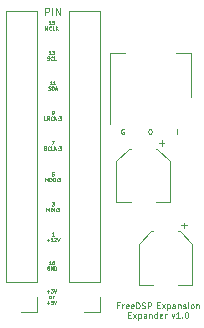
<source format=gbr>
%TF.GenerationSoftware,KiCad,Pcbnew,(6.99.0-1006-g2560c8f31b)*%
%TF.CreationDate,2022-03-06T10:16:36+01:00*%
%TF.ProjectId,freeDSP-aurora-expansion-port-extender,66726565-4453-4502-9d61-75726f72612d,rev?*%
%TF.SameCoordinates,Original*%
%TF.FileFunction,Legend,Top*%
%TF.FilePolarity,Positive*%
%FSLAX46Y46*%
G04 Gerber Fmt 4.6, Leading zero omitted, Abs format (unit mm)*
G04 Created by KiCad (PCBNEW (6.99.0-1006-g2560c8f31b)) date 2022-03-06 10:16:36*
%MOMM*%
%LPD*%
G01*
G04 APERTURE LIST*
%ADD10C,0.040000*%
%ADD11C,0.050000*%
%ADD12C,0.060000*%
%ADD13C,0.150000*%
%ADD14C,0.120000*%
G04 APERTURE END LIST*
D10*
X141525857Y-78561114D02*
X141354428Y-78561114D01*
X141440143Y-78561114D02*
X141440143Y-78261114D01*
X141440143Y-78261114D02*
X141411571Y-78303971D01*
X141411571Y-78303971D02*
X141383000Y-78332542D01*
X141383000Y-78332542D02*
X141354428Y-78346828D01*
X141625857Y-78261114D02*
X141811571Y-78261114D01*
X141811571Y-78261114D02*
X141711571Y-78375400D01*
X141711571Y-78375400D02*
X141754428Y-78375400D01*
X141754428Y-78375400D02*
X141783000Y-78389685D01*
X141783000Y-78389685D02*
X141797285Y-78403971D01*
X141797285Y-78403971D02*
X141811571Y-78432542D01*
X141811571Y-78432542D02*
X141811571Y-78503971D01*
X141811571Y-78503971D02*
X141797285Y-78532542D01*
X141797285Y-78532542D02*
X141783000Y-78546828D01*
X141783000Y-78546828D02*
X141754428Y-78561114D01*
X141754428Y-78561114D02*
X141668714Y-78561114D01*
X141668714Y-78561114D02*
X141640142Y-78546828D01*
X141640142Y-78546828D02*
X141625857Y-78532542D01*
X141225857Y-79032828D02*
X141268715Y-79047114D01*
X141268715Y-79047114D02*
X141340143Y-79047114D01*
X141340143Y-79047114D02*
X141368715Y-79032828D01*
X141368715Y-79032828D02*
X141383000Y-79018542D01*
X141383000Y-79018542D02*
X141397286Y-78989971D01*
X141397286Y-78989971D02*
X141397286Y-78961400D01*
X141397286Y-78961400D02*
X141383000Y-78932828D01*
X141383000Y-78932828D02*
X141368715Y-78918542D01*
X141368715Y-78918542D02*
X141340143Y-78904257D01*
X141340143Y-78904257D02*
X141283000Y-78889971D01*
X141283000Y-78889971D02*
X141254429Y-78875685D01*
X141254429Y-78875685D02*
X141240143Y-78861400D01*
X141240143Y-78861400D02*
X141225857Y-78832828D01*
X141225857Y-78832828D02*
X141225857Y-78804257D01*
X141225857Y-78804257D02*
X141240143Y-78775685D01*
X141240143Y-78775685D02*
X141254429Y-78761400D01*
X141254429Y-78761400D02*
X141283000Y-78747114D01*
X141283000Y-78747114D02*
X141354429Y-78747114D01*
X141354429Y-78747114D02*
X141397286Y-78761400D01*
X141697286Y-79018542D02*
X141683000Y-79032828D01*
X141683000Y-79032828D02*
X141640143Y-79047114D01*
X141640143Y-79047114D02*
X141611571Y-79047114D01*
X141611571Y-79047114D02*
X141568714Y-79032828D01*
X141568714Y-79032828D02*
X141540143Y-79004257D01*
X141540143Y-79004257D02*
X141525857Y-78975685D01*
X141525857Y-78975685D02*
X141511571Y-78918542D01*
X141511571Y-78918542D02*
X141511571Y-78875685D01*
X141511571Y-78875685D02*
X141525857Y-78818542D01*
X141525857Y-78818542D02*
X141540143Y-78789971D01*
X141540143Y-78789971D02*
X141568714Y-78761400D01*
X141568714Y-78761400D02*
X141611571Y-78747114D01*
X141611571Y-78747114D02*
X141640143Y-78747114D01*
X141640143Y-78747114D02*
X141683000Y-78761400D01*
X141683000Y-78761400D02*
X141697286Y-78775685D01*
X141968714Y-79047114D02*
X141825857Y-79047114D01*
X141825857Y-79047114D02*
X141825857Y-78747114D01*
X141795714Y-93928114D02*
X141624285Y-93928114D01*
X141710000Y-93928114D02*
X141710000Y-93628114D01*
X141710000Y-93628114D02*
X141681428Y-93670971D01*
X141681428Y-93670971D02*
X141652857Y-93699542D01*
X141652857Y-93699542D02*
X141624285Y-93713828D01*
X141181428Y-94299828D02*
X141410000Y-94299828D01*
X141295714Y-94414114D02*
X141295714Y-94185542D01*
X141710000Y-94414114D02*
X141538571Y-94414114D01*
X141624286Y-94414114D02*
X141624286Y-94114114D01*
X141624286Y-94114114D02*
X141595714Y-94156971D01*
X141595714Y-94156971D02*
X141567143Y-94185542D01*
X141567143Y-94185542D02*
X141538571Y-94199828D01*
X141824285Y-94142685D02*
X141838571Y-94128400D01*
X141838571Y-94128400D02*
X141867143Y-94114114D01*
X141867143Y-94114114D02*
X141938571Y-94114114D01*
X141938571Y-94114114D02*
X141967143Y-94128400D01*
X141967143Y-94128400D02*
X141981428Y-94142685D01*
X141981428Y-94142685D02*
X141995714Y-94171257D01*
X141995714Y-94171257D02*
X141995714Y-94199828D01*
X141995714Y-94199828D02*
X141981428Y-94242685D01*
X141981428Y-94242685D02*
X141810000Y-94414114D01*
X141810000Y-94414114D02*
X141995714Y-94414114D01*
X142081428Y-94114114D02*
X142181428Y-94414114D01*
X142181428Y-94414114D02*
X142281428Y-94114114D01*
X141525857Y-76021114D02*
X141354428Y-76021114D01*
X141440143Y-76021114D02*
X141440143Y-75721114D01*
X141440143Y-75721114D02*
X141411571Y-75763971D01*
X141411571Y-75763971D02*
X141383000Y-75792542D01*
X141383000Y-75792542D02*
X141354428Y-75806828D01*
X141797285Y-75721114D02*
X141654428Y-75721114D01*
X141654428Y-75721114D02*
X141640142Y-75863971D01*
X141640142Y-75863971D02*
X141654428Y-75849685D01*
X141654428Y-75849685D02*
X141683000Y-75835400D01*
X141683000Y-75835400D02*
X141754428Y-75835400D01*
X141754428Y-75835400D02*
X141783000Y-75849685D01*
X141783000Y-75849685D02*
X141797285Y-75863971D01*
X141797285Y-75863971D02*
X141811571Y-75892542D01*
X141811571Y-75892542D02*
X141811571Y-75963971D01*
X141811571Y-75963971D02*
X141797285Y-75992542D01*
X141797285Y-75992542D02*
X141783000Y-76006828D01*
X141783000Y-76006828D02*
X141754428Y-76021114D01*
X141754428Y-76021114D02*
X141683000Y-76021114D01*
X141683000Y-76021114D02*
X141654428Y-76006828D01*
X141654428Y-76006828D02*
X141640142Y-75992542D01*
X141061571Y-76507114D02*
X141061571Y-76207114D01*
X141061571Y-76207114D02*
X141161571Y-76421400D01*
X141161571Y-76421400D02*
X141261571Y-76207114D01*
X141261571Y-76207114D02*
X141261571Y-76507114D01*
X141575857Y-76478542D02*
X141561571Y-76492828D01*
X141561571Y-76492828D02*
X141518714Y-76507114D01*
X141518714Y-76507114D02*
X141490142Y-76507114D01*
X141490142Y-76507114D02*
X141447285Y-76492828D01*
X141447285Y-76492828D02*
X141418714Y-76464257D01*
X141418714Y-76464257D02*
X141404428Y-76435685D01*
X141404428Y-76435685D02*
X141390142Y-76378542D01*
X141390142Y-76378542D02*
X141390142Y-76335685D01*
X141390142Y-76335685D02*
X141404428Y-76278542D01*
X141404428Y-76278542D02*
X141418714Y-76249971D01*
X141418714Y-76249971D02*
X141447285Y-76221400D01*
X141447285Y-76221400D02*
X141490142Y-76207114D01*
X141490142Y-76207114D02*
X141518714Y-76207114D01*
X141518714Y-76207114D02*
X141561571Y-76221400D01*
X141561571Y-76221400D02*
X141575857Y-76235685D01*
X141847285Y-76507114D02*
X141704428Y-76507114D01*
X141704428Y-76507114D02*
X141704428Y-76207114D01*
X141947285Y-76507114D02*
X141947285Y-76207114D01*
X142118714Y-76507114D02*
X141990142Y-76335685D01*
X142118714Y-76207114D02*
X141947285Y-76378542D01*
X141551257Y-96341114D02*
X141379828Y-96341114D01*
X141465543Y-96341114D02*
X141465543Y-96041114D01*
X141465543Y-96041114D02*
X141436971Y-96083971D01*
X141436971Y-96083971D02*
X141408400Y-96112542D01*
X141408400Y-96112542D02*
X141379828Y-96126828D01*
X141808400Y-96041114D02*
X141751257Y-96041114D01*
X141751257Y-96041114D02*
X141722685Y-96055400D01*
X141722685Y-96055400D02*
X141708400Y-96069685D01*
X141708400Y-96069685D02*
X141679828Y-96112542D01*
X141679828Y-96112542D02*
X141665542Y-96169685D01*
X141665542Y-96169685D02*
X141665542Y-96283971D01*
X141665542Y-96283971D02*
X141679828Y-96312542D01*
X141679828Y-96312542D02*
X141694114Y-96326828D01*
X141694114Y-96326828D02*
X141722685Y-96341114D01*
X141722685Y-96341114D02*
X141779828Y-96341114D01*
X141779828Y-96341114D02*
X141808400Y-96326828D01*
X141808400Y-96326828D02*
X141822685Y-96312542D01*
X141822685Y-96312542D02*
X141836971Y-96283971D01*
X141836971Y-96283971D02*
X141836971Y-96212542D01*
X141836971Y-96212542D02*
X141822685Y-96183971D01*
X141822685Y-96183971D02*
X141808400Y-96169685D01*
X141808400Y-96169685D02*
X141779828Y-96155400D01*
X141779828Y-96155400D02*
X141722685Y-96155400D01*
X141722685Y-96155400D02*
X141694114Y-96169685D01*
X141694114Y-96169685D02*
X141679828Y-96183971D01*
X141679828Y-96183971D02*
X141665542Y-96212542D01*
X141379828Y-96541400D02*
X141351257Y-96527114D01*
X141351257Y-96527114D02*
X141308399Y-96527114D01*
X141308399Y-96527114D02*
X141265542Y-96541400D01*
X141265542Y-96541400D02*
X141236971Y-96569971D01*
X141236971Y-96569971D02*
X141222685Y-96598542D01*
X141222685Y-96598542D02*
X141208399Y-96655685D01*
X141208399Y-96655685D02*
X141208399Y-96698542D01*
X141208399Y-96698542D02*
X141222685Y-96755685D01*
X141222685Y-96755685D02*
X141236971Y-96784257D01*
X141236971Y-96784257D02*
X141265542Y-96812828D01*
X141265542Y-96812828D02*
X141308399Y-96827114D01*
X141308399Y-96827114D02*
X141336971Y-96827114D01*
X141336971Y-96827114D02*
X141379828Y-96812828D01*
X141379828Y-96812828D02*
X141394114Y-96798542D01*
X141394114Y-96798542D02*
X141394114Y-96698542D01*
X141394114Y-96698542D02*
X141336971Y-96698542D01*
X141522685Y-96827114D02*
X141522685Y-96527114D01*
X141522685Y-96527114D02*
X141694114Y-96827114D01*
X141694114Y-96827114D02*
X141694114Y-96527114D01*
X141836971Y-96827114D02*
X141836971Y-96527114D01*
X141836971Y-96527114D02*
X141908400Y-96527114D01*
X141908400Y-96527114D02*
X141951257Y-96541400D01*
X141951257Y-96541400D02*
X141979828Y-96569971D01*
X141979828Y-96569971D02*
X141994114Y-96598542D01*
X141994114Y-96598542D02*
X142008400Y-96655685D01*
X142008400Y-96655685D02*
X142008400Y-96698542D01*
X142008400Y-96698542D02*
X141994114Y-96755685D01*
X141994114Y-96755685D02*
X141979828Y-96784257D01*
X141979828Y-96784257D02*
X141951257Y-96812828D01*
X141951257Y-96812828D02*
X141908400Y-96827114D01*
X141908400Y-96827114D02*
X141836971Y-96827114D01*
X141652857Y-81101114D02*
X141481428Y-81101114D01*
X141567143Y-81101114D02*
X141567143Y-80801114D01*
X141567143Y-80801114D02*
X141538571Y-80843971D01*
X141538571Y-80843971D02*
X141510000Y-80872542D01*
X141510000Y-80872542D02*
X141481428Y-80886828D01*
X141938571Y-81101114D02*
X141767142Y-81101114D01*
X141852857Y-81101114D02*
X141852857Y-80801114D01*
X141852857Y-80801114D02*
X141824285Y-80843971D01*
X141824285Y-80843971D02*
X141795714Y-80872542D01*
X141795714Y-80872542D02*
X141767142Y-80886828D01*
X141345714Y-81572828D02*
X141388572Y-81587114D01*
X141388572Y-81587114D02*
X141460000Y-81587114D01*
X141460000Y-81587114D02*
X141488572Y-81572828D01*
X141488572Y-81572828D02*
X141502857Y-81558542D01*
X141502857Y-81558542D02*
X141517143Y-81529971D01*
X141517143Y-81529971D02*
X141517143Y-81501400D01*
X141517143Y-81501400D02*
X141502857Y-81472828D01*
X141502857Y-81472828D02*
X141488572Y-81458542D01*
X141488572Y-81458542D02*
X141460000Y-81444257D01*
X141460000Y-81444257D02*
X141402857Y-81429971D01*
X141402857Y-81429971D02*
X141374286Y-81415685D01*
X141374286Y-81415685D02*
X141360000Y-81401400D01*
X141360000Y-81401400D02*
X141345714Y-81372828D01*
X141345714Y-81372828D02*
X141345714Y-81344257D01*
X141345714Y-81344257D02*
X141360000Y-81315685D01*
X141360000Y-81315685D02*
X141374286Y-81301400D01*
X141374286Y-81301400D02*
X141402857Y-81287114D01*
X141402857Y-81287114D02*
X141474286Y-81287114D01*
X141474286Y-81287114D02*
X141517143Y-81301400D01*
X141645714Y-81587114D02*
X141645714Y-81287114D01*
X141645714Y-81287114D02*
X141717143Y-81287114D01*
X141717143Y-81287114D02*
X141760000Y-81301400D01*
X141760000Y-81301400D02*
X141788571Y-81329971D01*
X141788571Y-81329971D02*
X141802857Y-81358542D01*
X141802857Y-81358542D02*
X141817143Y-81415685D01*
X141817143Y-81415685D02*
X141817143Y-81458542D01*
X141817143Y-81458542D02*
X141802857Y-81515685D01*
X141802857Y-81515685D02*
X141788571Y-81544257D01*
X141788571Y-81544257D02*
X141760000Y-81572828D01*
X141760000Y-81572828D02*
X141717143Y-81587114D01*
X141717143Y-81587114D02*
X141645714Y-81587114D01*
X141931428Y-81501400D02*
X142074286Y-81501400D01*
X141902857Y-81587114D02*
X142002857Y-81287114D01*
X142002857Y-81287114D02*
X142102857Y-81587114D01*
X141781428Y-88548114D02*
X141638571Y-88548114D01*
X141638571Y-88548114D02*
X141624285Y-88690971D01*
X141624285Y-88690971D02*
X141638571Y-88676685D01*
X141638571Y-88676685D02*
X141667143Y-88662400D01*
X141667143Y-88662400D02*
X141738571Y-88662400D01*
X141738571Y-88662400D02*
X141767143Y-88676685D01*
X141767143Y-88676685D02*
X141781428Y-88690971D01*
X141781428Y-88690971D02*
X141795714Y-88719542D01*
X141795714Y-88719542D02*
X141795714Y-88790971D01*
X141795714Y-88790971D02*
X141781428Y-88819542D01*
X141781428Y-88819542D02*
X141767143Y-88833828D01*
X141767143Y-88833828D02*
X141738571Y-88848114D01*
X141738571Y-88848114D02*
X141667143Y-88848114D01*
X141667143Y-88848114D02*
X141638571Y-88833828D01*
X141638571Y-88833828D02*
X141624285Y-88819542D01*
X141088571Y-89334114D02*
X141088571Y-89034114D01*
X141088571Y-89034114D02*
X141188571Y-89248400D01*
X141188571Y-89248400D02*
X141288571Y-89034114D01*
X141288571Y-89034114D02*
X141288571Y-89334114D01*
X141431428Y-89334114D02*
X141431428Y-89034114D01*
X141431428Y-89034114D02*
X141502857Y-89034114D01*
X141502857Y-89034114D02*
X141545714Y-89048400D01*
X141545714Y-89048400D02*
X141574285Y-89076971D01*
X141574285Y-89076971D02*
X141588571Y-89105542D01*
X141588571Y-89105542D02*
X141602857Y-89162685D01*
X141602857Y-89162685D02*
X141602857Y-89205542D01*
X141602857Y-89205542D02*
X141588571Y-89262685D01*
X141588571Y-89262685D02*
X141574285Y-89291257D01*
X141574285Y-89291257D02*
X141545714Y-89319828D01*
X141545714Y-89319828D02*
X141502857Y-89334114D01*
X141502857Y-89334114D02*
X141431428Y-89334114D01*
X141788571Y-89034114D02*
X141845714Y-89034114D01*
X141845714Y-89034114D02*
X141874285Y-89048400D01*
X141874285Y-89048400D02*
X141902857Y-89076971D01*
X141902857Y-89076971D02*
X141917142Y-89134114D01*
X141917142Y-89134114D02*
X141917142Y-89234114D01*
X141917142Y-89234114D02*
X141902857Y-89291257D01*
X141902857Y-89291257D02*
X141874285Y-89319828D01*
X141874285Y-89319828D02*
X141845714Y-89334114D01*
X141845714Y-89334114D02*
X141788571Y-89334114D01*
X141788571Y-89334114D02*
X141760000Y-89319828D01*
X141760000Y-89319828D02*
X141731428Y-89291257D01*
X141731428Y-89291257D02*
X141717142Y-89234114D01*
X141717142Y-89234114D02*
X141717142Y-89134114D01*
X141717142Y-89134114D02*
X141731428Y-89076971D01*
X141731428Y-89076971D02*
X141760000Y-89048400D01*
X141760000Y-89048400D02*
X141788571Y-89034114D01*
X142045714Y-89305542D02*
X142060000Y-89319828D01*
X142060000Y-89319828D02*
X142045714Y-89334114D01*
X142045714Y-89334114D02*
X142031428Y-89319828D01*
X142031428Y-89319828D02*
X142045714Y-89305542D01*
X142045714Y-89305542D02*
X142045714Y-89334114D01*
X142045714Y-89148400D02*
X142060000Y-89162685D01*
X142060000Y-89162685D02*
X142045714Y-89176971D01*
X142045714Y-89176971D02*
X142031428Y-89162685D01*
X142031428Y-89162685D02*
X142045714Y-89148400D01*
X142045714Y-89148400D02*
X142045714Y-89176971D01*
X142160000Y-89034114D02*
X142345714Y-89034114D01*
X142345714Y-89034114D02*
X142245714Y-89148400D01*
X142245714Y-89148400D02*
X142288571Y-89148400D01*
X142288571Y-89148400D02*
X142317143Y-89162685D01*
X142317143Y-89162685D02*
X142331428Y-89176971D01*
X142331428Y-89176971D02*
X142345714Y-89205542D01*
X142345714Y-89205542D02*
X142345714Y-89276971D01*
X142345714Y-89276971D02*
X142331428Y-89305542D01*
X142331428Y-89305542D02*
X142317143Y-89319828D01*
X142317143Y-89319828D02*
X142288571Y-89334114D01*
X142288571Y-89334114D02*
X142202857Y-89334114D01*
X142202857Y-89334114D02*
X142174285Y-89319828D01*
X142174285Y-89319828D02*
X142160000Y-89305542D01*
X141610000Y-85881114D02*
X141810000Y-85881114D01*
X141810000Y-85881114D02*
X141681428Y-86181114D01*
X141095714Y-86509971D02*
X141138571Y-86524257D01*
X141138571Y-86524257D02*
X141152857Y-86538542D01*
X141152857Y-86538542D02*
X141167143Y-86567114D01*
X141167143Y-86567114D02*
X141167143Y-86609971D01*
X141167143Y-86609971D02*
X141152857Y-86638542D01*
X141152857Y-86638542D02*
X141138571Y-86652828D01*
X141138571Y-86652828D02*
X141110000Y-86667114D01*
X141110000Y-86667114D02*
X140995714Y-86667114D01*
X140995714Y-86667114D02*
X140995714Y-86367114D01*
X140995714Y-86367114D02*
X141095714Y-86367114D01*
X141095714Y-86367114D02*
X141124286Y-86381400D01*
X141124286Y-86381400D02*
X141138571Y-86395685D01*
X141138571Y-86395685D02*
X141152857Y-86424257D01*
X141152857Y-86424257D02*
X141152857Y-86452828D01*
X141152857Y-86452828D02*
X141138571Y-86481400D01*
X141138571Y-86481400D02*
X141124286Y-86495685D01*
X141124286Y-86495685D02*
X141095714Y-86509971D01*
X141095714Y-86509971D02*
X140995714Y-86509971D01*
X141467143Y-86638542D02*
X141452857Y-86652828D01*
X141452857Y-86652828D02*
X141410000Y-86667114D01*
X141410000Y-86667114D02*
X141381428Y-86667114D01*
X141381428Y-86667114D02*
X141338571Y-86652828D01*
X141338571Y-86652828D02*
X141310000Y-86624257D01*
X141310000Y-86624257D02*
X141295714Y-86595685D01*
X141295714Y-86595685D02*
X141281428Y-86538542D01*
X141281428Y-86538542D02*
X141281428Y-86495685D01*
X141281428Y-86495685D02*
X141295714Y-86438542D01*
X141295714Y-86438542D02*
X141310000Y-86409971D01*
X141310000Y-86409971D02*
X141338571Y-86381400D01*
X141338571Y-86381400D02*
X141381428Y-86367114D01*
X141381428Y-86367114D02*
X141410000Y-86367114D01*
X141410000Y-86367114D02*
X141452857Y-86381400D01*
X141452857Y-86381400D02*
X141467143Y-86395685D01*
X141738571Y-86667114D02*
X141595714Y-86667114D01*
X141595714Y-86667114D02*
X141595714Y-86367114D01*
X141838571Y-86667114D02*
X141838571Y-86367114D01*
X142010000Y-86667114D02*
X141881428Y-86495685D01*
X142010000Y-86367114D02*
X141838571Y-86538542D01*
X142138571Y-86638542D02*
X142152857Y-86652828D01*
X142152857Y-86652828D02*
X142138571Y-86667114D01*
X142138571Y-86667114D02*
X142124285Y-86652828D01*
X142124285Y-86652828D02*
X142138571Y-86638542D01*
X142138571Y-86638542D02*
X142138571Y-86667114D01*
X142138571Y-86481400D02*
X142152857Y-86495685D01*
X142152857Y-86495685D02*
X142138571Y-86509971D01*
X142138571Y-86509971D02*
X142124285Y-86495685D01*
X142124285Y-86495685D02*
X142138571Y-86481400D01*
X142138571Y-86481400D02*
X142138571Y-86509971D01*
X142252857Y-86367114D02*
X142438571Y-86367114D01*
X142438571Y-86367114D02*
X142338571Y-86481400D01*
X142338571Y-86481400D02*
X142381428Y-86481400D01*
X142381428Y-86481400D02*
X142410000Y-86495685D01*
X142410000Y-86495685D02*
X142424285Y-86509971D01*
X142424285Y-86509971D02*
X142438571Y-86538542D01*
X142438571Y-86538542D02*
X142438571Y-86609971D01*
X142438571Y-86609971D02*
X142424285Y-86638542D01*
X142424285Y-86638542D02*
X142410000Y-86652828D01*
X142410000Y-86652828D02*
X142381428Y-86667114D01*
X142381428Y-86667114D02*
X142295714Y-86667114D01*
X142295714Y-86667114D02*
X142267142Y-86652828D01*
X142267142Y-86652828D02*
X142252857Y-86638542D01*
X141197285Y-98625428D02*
X141425857Y-98625428D01*
X141311571Y-98739714D02*
X141311571Y-98511142D01*
X141540143Y-98439714D02*
X141725857Y-98439714D01*
X141725857Y-98439714D02*
X141625857Y-98554000D01*
X141625857Y-98554000D02*
X141668714Y-98554000D01*
X141668714Y-98554000D02*
X141697286Y-98568285D01*
X141697286Y-98568285D02*
X141711571Y-98582571D01*
X141711571Y-98582571D02*
X141725857Y-98611142D01*
X141725857Y-98611142D02*
X141725857Y-98682571D01*
X141725857Y-98682571D02*
X141711571Y-98711142D01*
X141711571Y-98711142D02*
X141697286Y-98725428D01*
X141697286Y-98725428D02*
X141668714Y-98739714D01*
X141668714Y-98739714D02*
X141583000Y-98739714D01*
X141583000Y-98739714D02*
X141554428Y-98725428D01*
X141554428Y-98725428D02*
X141540143Y-98711142D01*
X141811571Y-98439714D02*
X141911571Y-98739714D01*
X141911571Y-98739714D02*
X142011571Y-98439714D01*
X141468714Y-99225714D02*
X141440143Y-99211428D01*
X141440143Y-99211428D02*
X141425857Y-99197142D01*
X141425857Y-99197142D02*
X141411571Y-99168571D01*
X141411571Y-99168571D02*
X141411571Y-99082857D01*
X141411571Y-99082857D02*
X141425857Y-99054285D01*
X141425857Y-99054285D02*
X141440143Y-99040000D01*
X141440143Y-99040000D02*
X141468714Y-99025714D01*
X141468714Y-99025714D02*
X141511571Y-99025714D01*
X141511571Y-99025714D02*
X141540143Y-99040000D01*
X141540143Y-99040000D02*
X141554429Y-99054285D01*
X141554429Y-99054285D02*
X141568714Y-99082857D01*
X141568714Y-99082857D02*
X141568714Y-99168571D01*
X141568714Y-99168571D02*
X141554429Y-99197142D01*
X141554429Y-99197142D02*
X141540143Y-99211428D01*
X141540143Y-99211428D02*
X141511571Y-99225714D01*
X141511571Y-99225714D02*
X141468714Y-99225714D01*
X141697286Y-99225714D02*
X141697286Y-99025714D01*
X141697286Y-99082857D02*
X141711572Y-99054285D01*
X141711572Y-99054285D02*
X141725858Y-99040000D01*
X141725858Y-99040000D02*
X141754429Y-99025714D01*
X141754429Y-99025714D02*
X141783000Y-99025714D01*
X141197285Y-99597428D02*
X141425857Y-99597428D01*
X141311571Y-99711714D02*
X141311571Y-99483142D01*
X141711571Y-99411714D02*
X141568714Y-99411714D01*
X141568714Y-99411714D02*
X141554428Y-99554571D01*
X141554428Y-99554571D02*
X141568714Y-99540285D01*
X141568714Y-99540285D02*
X141597286Y-99526000D01*
X141597286Y-99526000D02*
X141668714Y-99526000D01*
X141668714Y-99526000D02*
X141697286Y-99540285D01*
X141697286Y-99540285D02*
X141711571Y-99554571D01*
X141711571Y-99554571D02*
X141725857Y-99583142D01*
X141725857Y-99583142D02*
X141725857Y-99654571D01*
X141725857Y-99654571D02*
X141711571Y-99683142D01*
X141711571Y-99683142D02*
X141697286Y-99697428D01*
X141697286Y-99697428D02*
X141668714Y-99711714D01*
X141668714Y-99711714D02*
X141597286Y-99711714D01*
X141597286Y-99711714D02*
X141568714Y-99697428D01*
X141568714Y-99697428D02*
X141554428Y-99683142D01*
X141811571Y-99411714D02*
X141911571Y-99711714D01*
X141911571Y-99711714D02*
X142011571Y-99411714D01*
D11*
X149901504Y-84900952D02*
X149977695Y-84900952D01*
X149977695Y-84900952D02*
X150015790Y-84920000D01*
X150015790Y-84920000D02*
X150053885Y-84958095D01*
X150053885Y-84958095D02*
X150072933Y-85034285D01*
X150072933Y-85034285D02*
X150072933Y-85167619D01*
X150072933Y-85167619D02*
X150053885Y-85243809D01*
X150053885Y-85243809D02*
X150015790Y-85281904D01*
X150015790Y-85281904D02*
X149977695Y-85300952D01*
X149977695Y-85300952D02*
X149901504Y-85300952D01*
X149901504Y-85300952D02*
X149863409Y-85281904D01*
X149863409Y-85281904D02*
X149825314Y-85243809D01*
X149825314Y-85243809D02*
X149806266Y-85167619D01*
X149806266Y-85167619D02*
X149806266Y-85034285D01*
X149806266Y-85034285D02*
X149825314Y-84958095D01*
X149825314Y-84958095D02*
X149863409Y-84920000D01*
X149863409Y-84920000D02*
X149901504Y-84900952D01*
D10*
X147344448Y-99817685D02*
X147177781Y-99817685D01*
X147177781Y-100079590D02*
X147177781Y-99579590D01*
X147177781Y-99579590D02*
X147415876Y-99579590D01*
X147606352Y-100079590D02*
X147606352Y-99746257D01*
X147606352Y-99841495D02*
X147630162Y-99793876D01*
X147630162Y-99793876D02*
X147653971Y-99770066D01*
X147653971Y-99770066D02*
X147701590Y-99746257D01*
X147701590Y-99746257D02*
X147749209Y-99746257D01*
X148106352Y-100055780D02*
X148058733Y-100079590D01*
X148058733Y-100079590D02*
X147963495Y-100079590D01*
X147963495Y-100079590D02*
X147915876Y-100055780D01*
X147915876Y-100055780D02*
X147892067Y-100008161D01*
X147892067Y-100008161D02*
X147892067Y-99817685D01*
X147892067Y-99817685D02*
X147915876Y-99770066D01*
X147915876Y-99770066D02*
X147963495Y-99746257D01*
X147963495Y-99746257D02*
X148058733Y-99746257D01*
X148058733Y-99746257D02*
X148106352Y-99770066D01*
X148106352Y-99770066D02*
X148130162Y-99817685D01*
X148130162Y-99817685D02*
X148130162Y-99865304D01*
X148130162Y-99865304D02*
X147892067Y-99912923D01*
X148534923Y-100055780D02*
X148487304Y-100079590D01*
X148487304Y-100079590D02*
X148392066Y-100079590D01*
X148392066Y-100079590D02*
X148344447Y-100055780D01*
X148344447Y-100055780D02*
X148320638Y-100008161D01*
X148320638Y-100008161D02*
X148320638Y-99817685D01*
X148320638Y-99817685D02*
X148344447Y-99770066D01*
X148344447Y-99770066D02*
X148392066Y-99746257D01*
X148392066Y-99746257D02*
X148487304Y-99746257D01*
X148487304Y-99746257D02*
X148534923Y-99770066D01*
X148534923Y-99770066D02*
X148558733Y-99817685D01*
X148558733Y-99817685D02*
X148558733Y-99865304D01*
X148558733Y-99865304D02*
X148320638Y-99912923D01*
X148773018Y-100079590D02*
X148773018Y-99579590D01*
X148773018Y-99579590D02*
X148892066Y-99579590D01*
X148892066Y-99579590D02*
X148963494Y-99603400D01*
X148963494Y-99603400D02*
X149011113Y-99651019D01*
X149011113Y-99651019D02*
X149034923Y-99698638D01*
X149034923Y-99698638D02*
X149058732Y-99793876D01*
X149058732Y-99793876D02*
X149058732Y-99865304D01*
X149058732Y-99865304D02*
X149034923Y-99960542D01*
X149034923Y-99960542D02*
X149011113Y-100008161D01*
X149011113Y-100008161D02*
X148963494Y-100055780D01*
X148963494Y-100055780D02*
X148892066Y-100079590D01*
X148892066Y-100079590D02*
X148773018Y-100079590D01*
X149249209Y-100055780D02*
X149320637Y-100079590D01*
X149320637Y-100079590D02*
X149439685Y-100079590D01*
X149439685Y-100079590D02*
X149487304Y-100055780D01*
X149487304Y-100055780D02*
X149511113Y-100031971D01*
X149511113Y-100031971D02*
X149534923Y-99984352D01*
X149534923Y-99984352D02*
X149534923Y-99936733D01*
X149534923Y-99936733D02*
X149511113Y-99889114D01*
X149511113Y-99889114D02*
X149487304Y-99865304D01*
X149487304Y-99865304D02*
X149439685Y-99841495D01*
X149439685Y-99841495D02*
X149344447Y-99817685D01*
X149344447Y-99817685D02*
X149296828Y-99793876D01*
X149296828Y-99793876D02*
X149273018Y-99770066D01*
X149273018Y-99770066D02*
X149249209Y-99722447D01*
X149249209Y-99722447D02*
X149249209Y-99674828D01*
X149249209Y-99674828D02*
X149273018Y-99627209D01*
X149273018Y-99627209D02*
X149296828Y-99603400D01*
X149296828Y-99603400D02*
X149344447Y-99579590D01*
X149344447Y-99579590D02*
X149463494Y-99579590D01*
X149463494Y-99579590D02*
X149534923Y-99603400D01*
X149749208Y-100079590D02*
X149749208Y-99579590D01*
X149749208Y-99579590D02*
X149939684Y-99579590D01*
X149939684Y-99579590D02*
X149987303Y-99603400D01*
X149987303Y-99603400D02*
X150011113Y-99627209D01*
X150011113Y-99627209D02*
X150034922Y-99674828D01*
X150034922Y-99674828D02*
X150034922Y-99746257D01*
X150034922Y-99746257D02*
X150011113Y-99793876D01*
X150011113Y-99793876D02*
X149987303Y-99817685D01*
X149987303Y-99817685D02*
X149939684Y-99841495D01*
X149939684Y-99841495D02*
X149749208Y-99841495D01*
X150549208Y-99817685D02*
X150715875Y-99817685D01*
X150787303Y-100079590D02*
X150549208Y-100079590D01*
X150549208Y-100079590D02*
X150549208Y-99579590D01*
X150549208Y-99579590D02*
X150787303Y-99579590D01*
X150953970Y-100079590D02*
X151215875Y-99746257D01*
X150953970Y-99746257D02*
X151215875Y-100079590D01*
X151406351Y-99746257D02*
X151406351Y-100246257D01*
X151406351Y-99770066D02*
X151453970Y-99746257D01*
X151453970Y-99746257D02*
X151549208Y-99746257D01*
X151549208Y-99746257D02*
X151596827Y-99770066D01*
X151596827Y-99770066D02*
X151620637Y-99793876D01*
X151620637Y-99793876D02*
X151644446Y-99841495D01*
X151644446Y-99841495D02*
X151644446Y-99984352D01*
X151644446Y-99984352D02*
X151620637Y-100031971D01*
X151620637Y-100031971D02*
X151596827Y-100055780D01*
X151596827Y-100055780D02*
X151549208Y-100079590D01*
X151549208Y-100079590D02*
X151453970Y-100079590D01*
X151453970Y-100079590D02*
X151406351Y-100055780D01*
X152073018Y-100079590D02*
X152073018Y-99817685D01*
X152073018Y-99817685D02*
X152049208Y-99770066D01*
X152049208Y-99770066D02*
X152001589Y-99746257D01*
X152001589Y-99746257D02*
X151906351Y-99746257D01*
X151906351Y-99746257D02*
X151858732Y-99770066D01*
X152073018Y-100055780D02*
X152025399Y-100079590D01*
X152025399Y-100079590D02*
X151906351Y-100079590D01*
X151906351Y-100079590D02*
X151858732Y-100055780D01*
X151858732Y-100055780D02*
X151834923Y-100008161D01*
X151834923Y-100008161D02*
X151834923Y-99960542D01*
X151834923Y-99960542D02*
X151858732Y-99912923D01*
X151858732Y-99912923D02*
X151906351Y-99889114D01*
X151906351Y-99889114D02*
X152025399Y-99889114D01*
X152025399Y-99889114D02*
X152073018Y-99865304D01*
X152311113Y-99746257D02*
X152311113Y-100079590D01*
X152311113Y-99793876D02*
X152334923Y-99770066D01*
X152334923Y-99770066D02*
X152382542Y-99746257D01*
X152382542Y-99746257D02*
X152453970Y-99746257D01*
X152453970Y-99746257D02*
X152501589Y-99770066D01*
X152501589Y-99770066D02*
X152525399Y-99817685D01*
X152525399Y-99817685D02*
X152525399Y-100079590D01*
X152739685Y-100055780D02*
X152787304Y-100079590D01*
X152787304Y-100079590D02*
X152882542Y-100079590D01*
X152882542Y-100079590D02*
X152930161Y-100055780D01*
X152930161Y-100055780D02*
X152953970Y-100008161D01*
X152953970Y-100008161D02*
X152953970Y-99984352D01*
X152953970Y-99984352D02*
X152930161Y-99936733D01*
X152930161Y-99936733D02*
X152882542Y-99912923D01*
X152882542Y-99912923D02*
X152811113Y-99912923D01*
X152811113Y-99912923D02*
X152763494Y-99889114D01*
X152763494Y-99889114D02*
X152739685Y-99841495D01*
X152739685Y-99841495D02*
X152739685Y-99817685D01*
X152739685Y-99817685D02*
X152763494Y-99770066D01*
X152763494Y-99770066D02*
X152811113Y-99746257D01*
X152811113Y-99746257D02*
X152882542Y-99746257D01*
X152882542Y-99746257D02*
X152930161Y-99770066D01*
X153168256Y-100079590D02*
X153168256Y-99746257D01*
X153168256Y-99579590D02*
X153144447Y-99603400D01*
X153144447Y-99603400D02*
X153168256Y-99627209D01*
X153168256Y-99627209D02*
X153192066Y-99603400D01*
X153192066Y-99603400D02*
X153168256Y-99579590D01*
X153168256Y-99579590D02*
X153168256Y-99627209D01*
X153477780Y-100079590D02*
X153430161Y-100055780D01*
X153430161Y-100055780D02*
X153406351Y-100031971D01*
X153406351Y-100031971D02*
X153382542Y-99984352D01*
X153382542Y-99984352D02*
X153382542Y-99841495D01*
X153382542Y-99841495D02*
X153406351Y-99793876D01*
X153406351Y-99793876D02*
X153430161Y-99770066D01*
X153430161Y-99770066D02*
X153477780Y-99746257D01*
X153477780Y-99746257D02*
X153549208Y-99746257D01*
X153549208Y-99746257D02*
X153596827Y-99770066D01*
X153596827Y-99770066D02*
X153620637Y-99793876D01*
X153620637Y-99793876D02*
X153644446Y-99841495D01*
X153644446Y-99841495D02*
X153644446Y-99984352D01*
X153644446Y-99984352D02*
X153620637Y-100031971D01*
X153620637Y-100031971D02*
X153596827Y-100055780D01*
X153596827Y-100055780D02*
X153549208Y-100079590D01*
X153549208Y-100079590D02*
X153477780Y-100079590D01*
X153858732Y-99746257D02*
X153858732Y-100079590D01*
X153858732Y-99793876D02*
X153882542Y-99770066D01*
X153882542Y-99770066D02*
X153930161Y-99746257D01*
X153930161Y-99746257D02*
X154001589Y-99746257D01*
X154001589Y-99746257D02*
X154049208Y-99770066D01*
X154049208Y-99770066D02*
X154073018Y-99817685D01*
X154073018Y-99817685D02*
X154073018Y-100079590D01*
X148106353Y-100627685D02*
X148273020Y-100627685D01*
X148344448Y-100889590D02*
X148106353Y-100889590D01*
X148106353Y-100889590D02*
X148106353Y-100389590D01*
X148106353Y-100389590D02*
X148344448Y-100389590D01*
X148511115Y-100889590D02*
X148773020Y-100556257D01*
X148511115Y-100556257D02*
X148773020Y-100889590D01*
X148963496Y-100556257D02*
X148963496Y-101056257D01*
X148963496Y-100580066D02*
X149011115Y-100556257D01*
X149011115Y-100556257D02*
X149106353Y-100556257D01*
X149106353Y-100556257D02*
X149153972Y-100580066D01*
X149153972Y-100580066D02*
X149177782Y-100603876D01*
X149177782Y-100603876D02*
X149201591Y-100651495D01*
X149201591Y-100651495D02*
X149201591Y-100794352D01*
X149201591Y-100794352D02*
X149177782Y-100841971D01*
X149177782Y-100841971D02*
X149153972Y-100865780D01*
X149153972Y-100865780D02*
X149106353Y-100889590D01*
X149106353Y-100889590D02*
X149011115Y-100889590D01*
X149011115Y-100889590D02*
X148963496Y-100865780D01*
X149630163Y-100889590D02*
X149630163Y-100627685D01*
X149630163Y-100627685D02*
X149606353Y-100580066D01*
X149606353Y-100580066D02*
X149558734Y-100556257D01*
X149558734Y-100556257D02*
X149463496Y-100556257D01*
X149463496Y-100556257D02*
X149415877Y-100580066D01*
X149630163Y-100865780D02*
X149582544Y-100889590D01*
X149582544Y-100889590D02*
X149463496Y-100889590D01*
X149463496Y-100889590D02*
X149415877Y-100865780D01*
X149415877Y-100865780D02*
X149392068Y-100818161D01*
X149392068Y-100818161D02*
X149392068Y-100770542D01*
X149392068Y-100770542D02*
X149415877Y-100722923D01*
X149415877Y-100722923D02*
X149463496Y-100699114D01*
X149463496Y-100699114D02*
X149582544Y-100699114D01*
X149582544Y-100699114D02*
X149630163Y-100675304D01*
X149868258Y-100556257D02*
X149868258Y-100889590D01*
X149868258Y-100603876D02*
X149892068Y-100580066D01*
X149892068Y-100580066D02*
X149939687Y-100556257D01*
X149939687Y-100556257D02*
X150011115Y-100556257D01*
X150011115Y-100556257D02*
X150058734Y-100580066D01*
X150058734Y-100580066D02*
X150082544Y-100627685D01*
X150082544Y-100627685D02*
X150082544Y-100889590D01*
X150534925Y-100889590D02*
X150534925Y-100389590D01*
X150534925Y-100865780D02*
X150487306Y-100889590D01*
X150487306Y-100889590D02*
X150392068Y-100889590D01*
X150392068Y-100889590D02*
X150344449Y-100865780D01*
X150344449Y-100865780D02*
X150320639Y-100841971D01*
X150320639Y-100841971D02*
X150296830Y-100794352D01*
X150296830Y-100794352D02*
X150296830Y-100651495D01*
X150296830Y-100651495D02*
X150320639Y-100603876D01*
X150320639Y-100603876D02*
X150344449Y-100580066D01*
X150344449Y-100580066D02*
X150392068Y-100556257D01*
X150392068Y-100556257D02*
X150487306Y-100556257D01*
X150487306Y-100556257D02*
X150534925Y-100580066D01*
X150963496Y-100865780D02*
X150915877Y-100889590D01*
X150915877Y-100889590D02*
X150820639Y-100889590D01*
X150820639Y-100889590D02*
X150773020Y-100865780D01*
X150773020Y-100865780D02*
X150749211Y-100818161D01*
X150749211Y-100818161D02*
X150749211Y-100627685D01*
X150749211Y-100627685D02*
X150773020Y-100580066D01*
X150773020Y-100580066D02*
X150820639Y-100556257D01*
X150820639Y-100556257D02*
X150915877Y-100556257D01*
X150915877Y-100556257D02*
X150963496Y-100580066D01*
X150963496Y-100580066D02*
X150987306Y-100627685D01*
X150987306Y-100627685D02*
X150987306Y-100675304D01*
X150987306Y-100675304D02*
X150749211Y-100722923D01*
X151201591Y-100889590D02*
X151201591Y-100556257D01*
X151201591Y-100651495D02*
X151225401Y-100603876D01*
X151225401Y-100603876D02*
X151249210Y-100580066D01*
X151249210Y-100580066D02*
X151296829Y-100556257D01*
X151296829Y-100556257D02*
X151344448Y-100556257D01*
X151763496Y-100556257D02*
X151882544Y-100889590D01*
X151882544Y-100889590D02*
X152001591Y-100556257D01*
X152453972Y-100889590D02*
X152168258Y-100889590D01*
X152311115Y-100889590D02*
X152311115Y-100389590D01*
X152311115Y-100389590D02*
X152263496Y-100461019D01*
X152263496Y-100461019D02*
X152215877Y-100508638D01*
X152215877Y-100508638D02*
X152168258Y-100532447D01*
X152668257Y-100841971D02*
X152692067Y-100865780D01*
X152692067Y-100865780D02*
X152668257Y-100889590D01*
X152668257Y-100889590D02*
X152644448Y-100865780D01*
X152644448Y-100865780D02*
X152668257Y-100841971D01*
X152668257Y-100841971D02*
X152668257Y-100889590D01*
X153001590Y-100389590D02*
X153049209Y-100389590D01*
X153049209Y-100389590D02*
X153096828Y-100413400D01*
X153096828Y-100413400D02*
X153120638Y-100437209D01*
X153120638Y-100437209D02*
X153144447Y-100484828D01*
X153144447Y-100484828D02*
X153168257Y-100580066D01*
X153168257Y-100580066D02*
X153168257Y-100699114D01*
X153168257Y-100699114D02*
X153144447Y-100794352D01*
X153144447Y-100794352D02*
X153120638Y-100841971D01*
X153120638Y-100841971D02*
X153096828Y-100865780D01*
X153096828Y-100865780D02*
X153049209Y-100889590D01*
X153049209Y-100889590D02*
X153001590Y-100889590D01*
X153001590Y-100889590D02*
X152953971Y-100865780D01*
X152953971Y-100865780D02*
X152930162Y-100841971D01*
X152930162Y-100841971D02*
X152906352Y-100794352D01*
X152906352Y-100794352D02*
X152882543Y-100699114D01*
X152882543Y-100699114D02*
X152882543Y-100580066D01*
X152882543Y-100580066D02*
X152906352Y-100484828D01*
X152906352Y-100484828D02*
X152930162Y-100437209D01*
X152930162Y-100437209D02*
X152953971Y-100413400D01*
X152953971Y-100413400D02*
X153001590Y-100389590D01*
D11*
X147732961Y-84920000D02*
X147694866Y-84900952D01*
X147694866Y-84900952D02*
X147637723Y-84900952D01*
X147637723Y-84900952D02*
X147580580Y-84920000D01*
X147580580Y-84920000D02*
X147542485Y-84958095D01*
X147542485Y-84958095D02*
X147523438Y-84996190D01*
X147523438Y-84996190D02*
X147504390Y-85072380D01*
X147504390Y-85072380D02*
X147504390Y-85129523D01*
X147504390Y-85129523D02*
X147523438Y-85205714D01*
X147523438Y-85205714D02*
X147542485Y-85243809D01*
X147542485Y-85243809D02*
X147580580Y-85281904D01*
X147580580Y-85281904D02*
X147637723Y-85300952D01*
X147637723Y-85300952D02*
X147675819Y-85300952D01*
X147675819Y-85300952D02*
X147732961Y-85281904D01*
X147732961Y-85281904D02*
X147752009Y-85262857D01*
X147752009Y-85262857D02*
X147752009Y-85129523D01*
X147752009Y-85129523D02*
X147675819Y-85129523D01*
D10*
X141652857Y-83641114D02*
X141710000Y-83641114D01*
X141710000Y-83641114D02*
X141738571Y-83626828D01*
X141738571Y-83626828D02*
X141752857Y-83612542D01*
X141752857Y-83612542D02*
X141781428Y-83569685D01*
X141781428Y-83569685D02*
X141795714Y-83512542D01*
X141795714Y-83512542D02*
X141795714Y-83398257D01*
X141795714Y-83398257D02*
X141781428Y-83369685D01*
X141781428Y-83369685D02*
X141767143Y-83355400D01*
X141767143Y-83355400D02*
X141738571Y-83341114D01*
X141738571Y-83341114D02*
X141681428Y-83341114D01*
X141681428Y-83341114D02*
X141652857Y-83355400D01*
X141652857Y-83355400D02*
X141638571Y-83369685D01*
X141638571Y-83369685D02*
X141624285Y-83398257D01*
X141624285Y-83398257D02*
X141624285Y-83469685D01*
X141624285Y-83469685D02*
X141638571Y-83498257D01*
X141638571Y-83498257D02*
X141652857Y-83512542D01*
X141652857Y-83512542D02*
X141681428Y-83526828D01*
X141681428Y-83526828D02*
X141738571Y-83526828D01*
X141738571Y-83526828D02*
X141767143Y-83512542D01*
X141767143Y-83512542D02*
X141781428Y-83498257D01*
X141781428Y-83498257D02*
X141795714Y-83469685D01*
X141138571Y-84127114D02*
X140995714Y-84127114D01*
X140995714Y-84127114D02*
X140995714Y-83827114D01*
X141410000Y-84127114D02*
X141310000Y-83984257D01*
X141238571Y-84127114D02*
X141238571Y-83827114D01*
X141238571Y-83827114D02*
X141352857Y-83827114D01*
X141352857Y-83827114D02*
X141381428Y-83841400D01*
X141381428Y-83841400D02*
X141395714Y-83855685D01*
X141395714Y-83855685D02*
X141410000Y-83884257D01*
X141410000Y-83884257D02*
X141410000Y-83927114D01*
X141410000Y-83927114D02*
X141395714Y-83955685D01*
X141395714Y-83955685D02*
X141381428Y-83969971D01*
X141381428Y-83969971D02*
X141352857Y-83984257D01*
X141352857Y-83984257D02*
X141238571Y-83984257D01*
X141710000Y-84098542D02*
X141695714Y-84112828D01*
X141695714Y-84112828D02*
X141652857Y-84127114D01*
X141652857Y-84127114D02*
X141624285Y-84127114D01*
X141624285Y-84127114D02*
X141581428Y-84112828D01*
X141581428Y-84112828D02*
X141552857Y-84084257D01*
X141552857Y-84084257D02*
X141538571Y-84055685D01*
X141538571Y-84055685D02*
X141524285Y-83998542D01*
X141524285Y-83998542D02*
X141524285Y-83955685D01*
X141524285Y-83955685D02*
X141538571Y-83898542D01*
X141538571Y-83898542D02*
X141552857Y-83869971D01*
X141552857Y-83869971D02*
X141581428Y-83841400D01*
X141581428Y-83841400D02*
X141624285Y-83827114D01*
X141624285Y-83827114D02*
X141652857Y-83827114D01*
X141652857Y-83827114D02*
X141695714Y-83841400D01*
X141695714Y-83841400D02*
X141710000Y-83855685D01*
X141838571Y-84127114D02*
X141838571Y-83827114D01*
X142010000Y-84127114D02*
X141881428Y-83955685D01*
X142010000Y-83827114D02*
X141838571Y-83998542D01*
X142138571Y-84098542D02*
X142152857Y-84112828D01*
X142152857Y-84112828D02*
X142138571Y-84127114D01*
X142138571Y-84127114D02*
X142124285Y-84112828D01*
X142124285Y-84112828D02*
X142138571Y-84098542D01*
X142138571Y-84098542D02*
X142138571Y-84127114D01*
X142138571Y-83941400D02*
X142152857Y-83955685D01*
X142152857Y-83955685D02*
X142138571Y-83969971D01*
X142138571Y-83969971D02*
X142124285Y-83955685D01*
X142124285Y-83955685D02*
X142138571Y-83941400D01*
X142138571Y-83941400D02*
X142138571Y-83969971D01*
X142252857Y-83827114D02*
X142438571Y-83827114D01*
X142438571Y-83827114D02*
X142338571Y-83941400D01*
X142338571Y-83941400D02*
X142381428Y-83941400D01*
X142381428Y-83941400D02*
X142410000Y-83955685D01*
X142410000Y-83955685D02*
X142424285Y-83969971D01*
X142424285Y-83969971D02*
X142438571Y-83998542D01*
X142438571Y-83998542D02*
X142438571Y-84069971D01*
X142438571Y-84069971D02*
X142424285Y-84098542D01*
X142424285Y-84098542D02*
X142410000Y-84112828D01*
X142410000Y-84112828D02*
X142381428Y-84127114D01*
X142381428Y-84127114D02*
X142295714Y-84127114D01*
X142295714Y-84127114D02*
X142267142Y-84112828D01*
X142267142Y-84112828D02*
X142252857Y-84098542D01*
X141610000Y-91088114D02*
X141795714Y-91088114D01*
X141795714Y-91088114D02*
X141695714Y-91202400D01*
X141695714Y-91202400D02*
X141738571Y-91202400D01*
X141738571Y-91202400D02*
X141767143Y-91216685D01*
X141767143Y-91216685D02*
X141781428Y-91230971D01*
X141781428Y-91230971D02*
X141795714Y-91259542D01*
X141795714Y-91259542D02*
X141795714Y-91330971D01*
X141795714Y-91330971D02*
X141781428Y-91359542D01*
X141781428Y-91359542D02*
X141767143Y-91373828D01*
X141767143Y-91373828D02*
X141738571Y-91388114D01*
X141738571Y-91388114D02*
X141652857Y-91388114D01*
X141652857Y-91388114D02*
X141624285Y-91373828D01*
X141624285Y-91373828D02*
X141610000Y-91359542D01*
X141174286Y-91874114D02*
X141174286Y-91574114D01*
X141174286Y-91574114D02*
X141274286Y-91788400D01*
X141274286Y-91788400D02*
X141374286Y-91574114D01*
X141374286Y-91574114D02*
X141374286Y-91874114D01*
X141517143Y-91874114D02*
X141517143Y-91574114D01*
X141517143Y-91574114D02*
X141588572Y-91574114D01*
X141588572Y-91574114D02*
X141631429Y-91588400D01*
X141631429Y-91588400D02*
X141660000Y-91616971D01*
X141660000Y-91616971D02*
X141674286Y-91645542D01*
X141674286Y-91645542D02*
X141688572Y-91702685D01*
X141688572Y-91702685D02*
X141688572Y-91745542D01*
X141688572Y-91745542D02*
X141674286Y-91802685D01*
X141674286Y-91802685D02*
X141660000Y-91831257D01*
X141660000Y-91831257D02*
X141631429Y-91859828D01*
X141631429Y-91859828D02*
X141588572Y-91874114D01*
X141588572Y-91874114D02*
X141517143Y-91874114D01*
X141817143Y-91874114D02*
X141817143Y-91574114D01*
X141960000Y-91845542D02*
X141974286Y-91859828D01*
X141974286Y-91859828D02*
X141960000Y-91874114D01*
X141960000Y-91874114D02*
X141945714Y-91859828D01*
X141945714Y-91859828D02*
X141960000Y-91845542D01*
X141960000Y-91845542D02*
X141960000Y-91874114D01*
X141960000Y-91688400D02*
X141974286Y-91702685D01*
X141974286Y-91702685D02*
X141960000Y-91716971D01*
X141960000Y-91716971D02*
X141945714Y-91702685D01*
X141945714Y-91702685D02*
X141960000Y-91688400D01*
X141960000Y-91688400D02*
X141960000Y-91716971D01*
X142074286Y-91574114D02*
X142260000Y-91574114D01*
X142260000Y-91574114D02*
X142160000Y-91688400D01*
X142160000Y-91688400D02*
X142202857Y-91688400D01*
X142202857Y-91688400D02*
X142231429Y-91702685D01*
X142231429Y-91702685D02*
X142245714Y-91716971D01*
X142245714Y-91716971D02*
X142260000Y-91745542D01*
X142260000Y-91745542D02*
X142260000Y-91816971D01*
X142260000Y-91816971D02*
X142245714Y-91845542D01*
X142245714Y-91845542D02*
X142231429Y-91859828D01*
X142231429Y-91859828D02*
X142202857Y-91874114D01*
X142202857Y-91874114D02*
X142117143Y-91874114D01*
X142117143Y-91874114D02*
X142088571Y-91859828D01*
X142088571Y-91859828D02*
X142074286Y-91845542D01*
D11*
X152225600Y-85300952D02*
X152225600Y-84900952D01*
D12*
X141070315Y-75231428D02*
X141070315Y-74631428D01*
X141070315Y-74631428D02*
X141298886Y-74631428D01*
X141298886Y-74631428D02*
X141356029Y-74660000D01*
X141356029Y-74660000D02*
X141384600Y-74688571D01*
X141384600Y-74688571D02*
X141413172Y-74745714D01*
X141413172Y-74745714D02*
X141413172Y-74831428D01*
X141413172Y-74831428D02*
X141384600Y-74888571D01*
X141384600Y-74888571D02*
X141356029Y-74917142D01*
X141356029Y-74917142D02*
X141298886Y-74945714D01*
X141298886Y-74945714D02*
X141070315Y-74945714D01*
X141670315Y-75231428D02*
X141670315Y-74631428D01*
X141956029Y-75231428D02*
X141956029Y-74631428D01*
X141956029Y-74631428D02*
X142298886Y-75231428D01*
X142298886Y-75231428D02*
X142298886Y-74631428D01*
D13*
%TO.C,*%
D14*
%TO.C,J4*%
X145707000Y-100420000D02*
X144377000Y-100420000D01*
X145707000Y-99090000D02*
X145707000Y-100420000D01*
X145707000Y-97820000D02*
X145707000Y-74900000D01*
X145707000Y-97820000D02*
X143047000Y-97820000D01*
X145707000Y-74900000D02*
X143047000Y-74900000D01*
X143047000Y-97820000D02*
X143047000Y-74900000D01*
%TO.C,C2*%
X150915400Y-85828400D02*
X150915400Y-86328400D01*
X151165400Y-86078400D02*
X150665400Y-86078400D01*
X150550963Y-86568400D02*
X150415400Y-86568400D01*
X150550963Y-86568400D02*
X151615400Y-87632837D01*
X148159837Y-86568400D02*
X148295400Y-86568400D01*
X148159837Y-86568400D02*
X147095400Y-87632837D01*
X151615400Y-87632837D02*
X151615400Y-91088400D01*
X147095400Y-87632837D02*
X147095400Y-91088400D01*
X151615400Y-91088400D02*
X150415400Y-91088400D01*
X147095400Y-91088400D02*
X148295400Y-91088400D01*
%TO.C,C1*%
X152820400Y-92810000D02*
X152820400Y-93310000D01*
X153070400Y-93060000D02*
X152570400Y-93060000D01*
X152455963Y-93550000D02*
X152320400Y-93550000D01*
X152455963Y-93550000D02*
X153520400Y-94614437D01*
X150064837Y-93550000D02*
X150200400Y-93550000D01*
X150064837Y-93550000D02*
X149000400Y-94614437D01*
X153520400Y-94614437D02*
X153520400Y-98070000D01*
X149000400Y-94614437D02*
X149000400Y-98070000D01*
X153520400Y-98070000D02*
X152320400Y-98070000D01*
X149000400Y-98070000D02*
X150200400Y-98070000D01*
%TO.C,J4*%
X140373000Y-100415000D02*
X139043000Y-100415000D01*
X140373000Y-99085000D02*
X140373000Y-100415000D01*
X140373000Y-97815000D02*
X140373000Y-74895000D01*
X140373000Y-97815000D02*
X137713000Y-97815000D01*
X140373000Y-74895000D02*
X137713000Y-74895000D01*
X137713000Y-97815000D02*
X137713000Y-74895000D01*
%TO.C,U1*%
X146555000Y-84445200D02*
X146555000Y-78435200D01*
X153375000Y-82195200D02*
X153375000Y-78435200D01*
X146555000Y-78435200D02*
X147815000Y-78435200D01*
X153375000Y-78435200D02*
X152115000Y-78435200D01*
%TD*%
M02*

</source>
